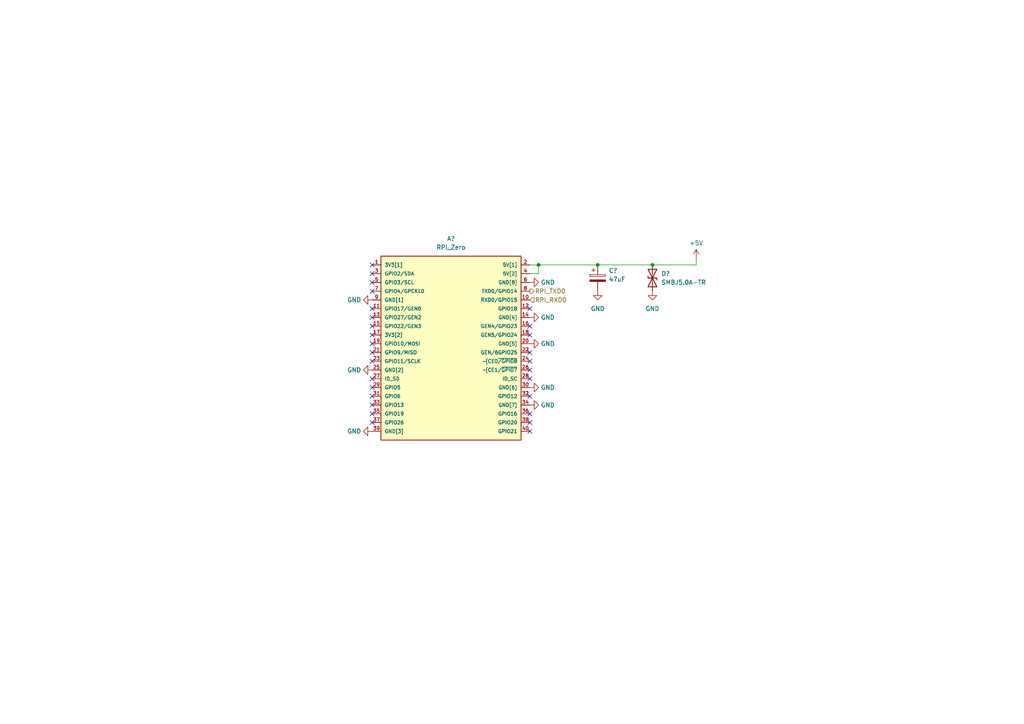
<source format=kicad_sch>
(kicad_sch (version 20230121) (generator eeschema)
  (paper "A4")
  (lib_symbols
    (symbol "Device:C_Polarized" (pin_numbers hide) (pin_names (offset 0.254))
      (property "Reference" "C" (at 0.635 2.54 0))
      (property "Value" "C_Polarized" (at 0.635 -2.54 0))
      (symbol "C_Polarized_0_1"
        (rectangle (start -2.286 0.508) (end 2.286 1.016))
        (polyline (pts (xy -1.778 2.286) (xy -0.762 2.286)))
        (polyline (pts (xy -1.27 2.794) (xy -1.27 1.778)))
        (rectangle (start 2.286 -0.508) (end -2.286 -1.016) (fill (type outline)))
      )
      (symbol "C_Polarized_1_1"
        (pin passive line (at 0 3.81 270) (length 2.794) (name "~") (number "1"))
        (pin passive line (at 0 -3.81 90) (length 2.794) (name "~") (number "2"))
      )
    )
    (symbol "Device:D_TVS" (pin_numbers hide) (pin_names (offset 1.016) hide)
      (property "Reference" "D" (at 0 2.54 0))
      (property "Value" "D_TVS" (at 0 -2.54 0))
      (symbol "D_TVS_0_1"
        (polyline (pts (xy 1.27 0) (xy -1.27 0)))
        (polyline (pts (xy 0.508 1.27) (xy 0 1.27) (xy 0 -1.27) (xy -0.508 -1.27)) (stroke (width 0.254)))
        (polyline (pts (xy -2.54 1.27) (xy -2.54 -1.27) (xy 2.54 1.27) (xy 2.54 -1.27) (xy -2.54 1.27)) (stroke (width 0.254)))
      )
      (symbol "D_TVS_1_1"
        (pin passive line (at -3.81 0 0) (length 2.54) (name "A1") (number "1"))
        (pin passive line (at 3.81 0 180) (length 2.54) (name "A2") (number "2"))
      )
    )
    (symbol "compute:ADA3708" (pin_names (offset 1.016))
      (property "Reference" "A" (at -20.34 26.6962 0))
      (property "Value" "ADA3708" (at -20.3391 -30.5087 0))
      (symbol "ADA3708_0_0"
        (rectangle (start -20.32 -27.94) (end 20.32 25.4) (stroke (width 0.254)) (fill (type background)))
        (pin power_in line (at -22.86 22.86 0) (length 2.54) (name "3V3[1]") (number "1"))
        (pin bidirectional line (at 22.86 12.7 180) (length 2.54) (name "RXD0/GPIO15") (number "10"))
        (pin bidirectional line (at -22.86 10.16 0) (length 2.54) (name "GPIO17/GEN0") (number "11"))
        (pin bidirectional line (at 22.86 10.16 180) (length 2.54) (name "GPIO18") (number "12"))
        (pin bidirectional line (at -22.86 7.62 0) (length 2.54) (name "GPIO27/GEN2") (number "13"))
        (pin power_in line (at 22.86 7.62 180) (length 2.54) (name "GND[4]") (number "14"))
        (pin bidirectional line (at -22.86 5.08 0) (length 2.54) (name "GPIO22/GEN3") (number "15"))
        (pin bidirectional line (at 22.86 5.08 180) (length 2.54) (name "GEN4/GPIO23") (number "16"))
        (pin power_in line (at -22.86 2.54 0) (length 2.54) (name "3V3[2]") (number "17"))
        (pin bidirectional line (at 22.86 2.54 180) (length 2.54) (name "GEN5/GPIO24") (number "18"))
        (pin bidirectional line (at -22.86 0 0) (length 2.54) (name "GPIO10/MOSI") (number "19"))
        (pin power_in line (at 22.86 22.86 180) (length 2.54) (name "5V[1]") (number "2"))
        (pin power_in line (at 22.86 0 180) (length 2.54) (name "GND[5]") (number "20"))
        (pin bidirectional line (at -22.86 -2.54 0) (length 2.54) (name "GPIO9/MISO") (number "21"))
        (pin bidirectional line (at 22.86 -2.54 180) (length 2.54) (name "GEN/6GPIO25") (number "22"))
        (pin bidirectional line (at -22.86 -5.08 0) (length 2.54) (name "GPIO11/SCLK") (number "23"))
        (pin bidirectional line (at 22.86 -5.08 180) (length 2.54) (name "~{CE0~{/GPIO8}") (number "24"))
        (pin power_in line (at -22.86 -7.62 0) (length 2.54) (name "GND[2]") (number "25"))
        (pin bidirectional line (at 22.86 -7.62 180) (length 2.54) (name "~{CE1/~{GPIO7}") (number "26"))
        (pin bidirectional line (at -22.86 -10.16 0) (length 2.54) (name "ID_SD") (number "27"))
        (pin bidirectional line (at 22.86 -10.16 180) (length 2.54) (name "ID_SC") (number "28"))
        (pin bidirectional line (at -22.86 -12.7 0) (length 2.54) (name "GPIO5") (number "29"))
        (pin bidirectional line (at -22.86 20.32 0) (length 2.54) (name "GPIO2/SDA") (number "3"))
        (pin power_in line (at 22.86 -12.7 180) (length 2.54) (name "GND[6]") (number "30"))
        (pin bidirectional line (at -22.86 -15.24 0) (length 2.54) (name "GPIO6") (number "31"))
        (pin bidirectional line (at 22.86 -15.24 180) (length 2.54) (name "GPIO12") (number "32"))
        (pin bidirectional line (at -22.86 -17.78 0) (length 2.54) (name "GPIO13") (number "33"))
        (pin power_in line (at 22.86 -17.78 180) (length 2.54) (name "GND[7]") (number "34"))
        (pin bidirectional line (at -22.86 -20.32 0) (length 2.54) (name "GPIO19") (number "35"))
        (pin bidirectional line (at 22.86 -20.32 180) (length 2.54) (name "GPIO16") (number "36"))
        (pin bidirectional line (at -22.86 -22.86 0) (length 2.54) (name "GPIO26") (number "37"))
        (pin bidirectional line (at 22.86 -22.86 180) (length 2.54) (name "GPIO20") (number "38"))
        (pin power_in line (at -22.86 -25.4 0) (length 2.54) (name "GND[3]") (number "39"))
        (pin power_in line (at 22.86 20.32 180) (length 2.54) (name "5V[2]") (number "4"))
        (pin bidirectional line (at 22.86 -25.4 180) (length 2.54) (name "GPIO21") (number "40"))
        (pin bidirectional line (at -22.86 17.78 0) (length 2.54) (name "GPIO3/SCL") (number "5"))
        (pin power_in line (at 22.86 17.78 180) (length 2.54) (name "GND[8]") (number "6"))
        (pin bidirectional line (at -22.86 15.24 0) (length 2.54) (name "GPIO4/GPCKL0") (number "7"))
        (pin bidirectional line (at 22.86 15.24 180) (length 2.54) (name "TXD0/GPIO14") (number "8"))
        (pin power_in line (at -22.86 12.7 0) (length 2.54) (name "GND[1]") (number "9"))
      )
    )
    (symbol "power:+5V" (power) (pin_names (offset 0))
      (property "Value" "+5V" (at 0 3.556 0))
      (symbol "+5V_0_1"
        (polyline (pts (xy -0.762 1.27) (xy 0 2.54)))
        (polyline (pts (xy 0 0) (xy 0 2.54)))
        (polyline (pts (xy 0 2.54) (xy 0.762 1.27)))
      )
      (symbol "+5V_1_1"
        (pin power_in line (at 0 0 90) (length 0) hide (name "+5V") (number "1"))
      )
    )
    (symbol "power:GND" (power) (pin_names (offset 0))
      (property "Value" "GND" (at 0 -3.81 0))
      (symbol "GND_0_1"
        (polyline (pts (xy 0 0) (xy 0 -1.27) (xy 1.27 -1.27) (xy 0 -2.54) (xy -1.27 -1.27) (xy 0 -1.27)))
      )
      (symbol "GND_1_1"
        (pin power_in line (at 0 0 270) (length 0) hide (name "GND") (number "1"))
      )
    )
  )
  (junction (at 156.21 76.835))
  (junction (at 189.23 76.835))
  (junction (at 173.355 76.835))
  (no_connect (at 107.95 120.015))
  (no_connect (at 107.95 117.475))
  (no_connect (at 107.95 76.835))
  (no_connect (at 107.95 122.555))
  (no_connect (at 107.95 102.235))
  (no_connect (at 107.95 97.155))
  (no_connect (at 153.67 104.775))
  (no_connect (at 107.95 104.775))
  (no_connect (at 153.67 114.935))
  (no_connect (at 107.95 114.935))
  (no_connect (at 107.95 99.695))
  (no_connect (at 153.67 94.615))
  (no_connect (at 107.95 81.915))
  (no_connect (at 107.95 89.535))
  (no_connect (at 153.67 120.015))
  (no_connect (at 107.95 94.615))
  (no_connect (at 153.67 97.155))
  (no_connect (at 107.95 109.855))
  (no_connect (at 107.95 84.455))
  (no_connect (at 153.67 109.855))
  (no_connect (at 153.67 102.235))
  (no_connect (at 153.67 89.535))
  (no_connect (at 153.67 122.555))
  (no_connect (at 107.95 79.375))
  (no_connect (at 107.95 112.395))
  (no_connect (at 107.95 92.075))
  (no_connect (at 153.67 125.095))
  (no_connect (at 153.67 107.315))
  (wire (pts (xy 153.67 76.835) (xy 156.21 76.835)))
  (wire (pts (xy 153.67 79.375) (xy 156.21 79.375)))
  (wire (pts (xy 201.93 74.93) (xy 201.93 76.835)))
  (wire (pts (xy 173.355 76.835) (xy 189.23 76.835)))
  (wire (pts (xy 156.21 76.835) (xy 173.355 76.835)))
  (wire (pts (xy 189.23 76.835) (xy 201.93 76.835)))
  (wire (pts (xy 156.21 79.375) (xy 156.21 76.835)))
  (hierarchical_label "RPI_TXD0" (shape output) (at 153.67 84.455 0))
  (hierarchical_label "RPI_RXD0" (shape input) (at 153.67 86.995 0))
  (symbol (lib_id "power:GND") (at 107.95 86.995 270) (unit 1)
    (property "Reference" "#PWR0102" (effects hide))
    (property "Value" "GND" (at 104.775 86.995 90) (effects (justify right)))
  )
  (symbol (lib_id "power:GND") (at 153.67 81.915 90) (unit 1)
    (property "Reference" "#PWR097" (effects hide))
    (property "Value" "GND" (at 156.845 81.915 90) (effects (justify right)))
  )
  (symbol (lib_id "power:GND") (at 153.67 99.695 90) (unit 1)
    (property "Reference" "#PWR099" (effects hide))
    (property "Value" "GND" (at 156.845 99.695 90) (effects (justify right)))
  )
  (symbol (lib_id "power:GND") (at 189.23 84.455 0) (unit 1)
    (property "Reference" "#PWR096" (effects hide))
    (property "Value" "GND" (at 189.23 89.535 0))
  )
  (symbol (lib_id "power:GND") (at 153.67 112.395 90) (unit 1)
    (property "Reference" "#PWR0103" (effects hide))
    (property "Value" "GND" (at 156.845 112.395 90) (effects (justify right)))
  )
  (symbol (lib_id "Device:D_TVS") (at 189.23 80.645 90) (unit 1)
    (property "Reference" "D?" (at 191.77 79.375 90) (effects (justify right)))
    (property "Value" "SMBJ5.0A-TR" (at 191.77 81.915 90) (effects (justify right)))
    (property "Footprint" "Diode_SMD:D_SMB" (effects hide))
    (property "Part" "SMBJ5.0A-TR" (effects hide))
  )
  (symbol (lib_id "power:GND") (at 107.95 107.315 270) (unit 1)
    (property "Reference" "#PWR0101" (effects hide))
    (property "Value" "GND" (at 104.775 107.315 90) (effects (justify right)))
  )
  (symbol (lib_id "power:GND") (at 173.355 84.455 0) (unit 1)
    (property "Reference" "#PWR095" (effects hide))
    (property "Value" "GND" (at 173.355 89.535 0))
  )
  (symbol (lib_id "power:GND") (at 107.95 125.095 270) (unit 1)
    (property "Reference" "#PWR0100" (effects hide))
    (property "Value" "GND" (at 104.775 125.095 90) (effects (justify right)))
  )
  (symbol (lib_id "power:GND") (at 153.67 117.475 90) (unit 1)
    (property "Reference" "#PWR0104" (effects hide))
    (property "Value" "GND" (at 156.845 117.475 90) (effects (justify right)))
  )
  (symbol (lib_id "compute:ADA3708") (at 130.81 99.695 0) (unit 1)
    (property "Reference" "A?" (at 130.81 69.215 0))
    (property "Value" "RPi_Zero" (at 130.81 71.755 0))
    (property "Footprint" "compute:RPi_Zero" (effects hide))
    (property "STANDARD" "MAnufactutrer Recommendations" (effects hide))
    (property "MANUFACTURER" "Raspberry" (effects hide))
  )
  (symbol (lib_id "power:+5V") (at 201.93 74.93 0) (unit 1)
    (property "Reference" "#PWR0105" (effects hide))
    (property "Value" "+5V" (at 201.93 70.485 0))
  )
  (symbol (lib_id "Device:C_Polarized") (at 173.355 80.645 0) (unit 1)
    (property "Reference" "C?" (at 176.53 78.486 0) (effects (justify left)))
    (property "Value" "47uF" (at 176.53 81.026 0) (effects (justify left)))
    (property "Footprint" "Capacitor_SMD:C_Elec_10x10.2" (effects hide))
    (property "Part" "EEE-TG1K470UP" (effects hide))
  )
  (symbol (lib_id "power:GND") (at 153.67 92.075 90) (unit 1)
    (property "Reference" "#PWR098" (effects hide))
    (property "Value" "GND" (at 156.845 92.075 90) (effects (justify right)))
  )
)
</source>
